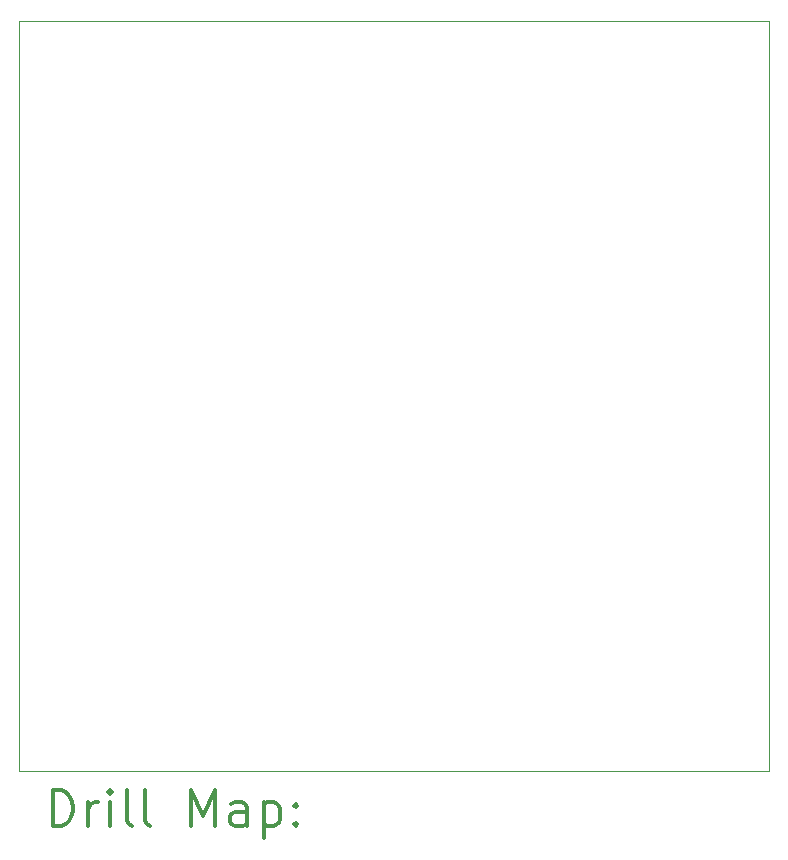
<source format=gbr>
%FSLAX45Y45*%
G04 Gerber Fmt 4.5, Leading zero omitted, Abs format (unit mm)*
G04 Created by KiCad (PCBNEW (5.1.8)-1) date 2021-07-24 22:43:36*
%MOMM*%
%LPD*%
G01*
G04 APERTURE LIST*
%TA.AperFunction,Profile*%
%ADD10C,0.050000*%
%TD*%
%ADD11C,0.200000*%
%ADD12C,0.300000*%
G04 APERTURE END LIST*
D10*
X11823700Y-11912600D02*
X11823700Y-5562600D01*
X18173700Y-11912600D02*
X11823700Y-11912600D01*
X18173700Y-5562600D02*
X18173700Y-11912600D01*
X11823700Y-5562600D02*
X18173700Y-5562600D01*
D11*
D12*
X12107628Y-12380814D02*
X12107628Y-12080814D01*
X12179057Y-12080814D01*
X12221914Y-12095100D01*
X12250486Y-12123671D01*
X12264771Y-12152243D01*
X12279057Y-12209386D01*
X12279057Y-12252243D01*
X12264771Y-12309386D01*
X12250486Y-12337957D01*
X12221914Y-12366529D01*
X12179057Y-12380814D01*
X12107628Y-12380814D01*
X12407628Y-12380814D02*
X12407628Y-12180814D01*
X12407628Y-12237957D02*
X12421914Y-12209386D01*
X12436200Y-12195100D01*
X12464771Y-12180814D01*
X12493343Y-12180814D01*
X12593343Y-12380814D02*
X12593343Y-12180814D01*
X12593343Y-12080814D02*
X12579057Y-12095100D01*
X12593343Y-12109386D01*
X12607628Y-12095100D01*
X12593343Y-12080814D01*
X12593343Y-12109386D01*
X12779057Y-12380814D02*
X12750486Y-12366529D01*
X12736200Y-12337957D01*
X12736200Y-12080814D01*
X12936200Y-12380814D02*
X12907628Y-12366529D01*
X12893343Y-12337957D01*
X12893343Y-12080814D01*
X13279057Y-12380814D02*
X13279057Y-12080814D01*
X13379057Y-12295100D01*
X13479057Y-12080814D01*
X13479057Y-12380814D01*
X13750486Y-12380814D02*
X13750486Y-12223671D01*
X13736200Y-12195100D01*
X13707628Y-12180814D01*
X13650486Y-12180814D01*
X13621914Y-12195100D01*
X13750486Y-12366529D02*
X13721914Y-12380814D01*
X13650486Y-12380814D01*
X13621914Y-12366529D01*
X13607628Y-12337957D01*
X13607628Y-12309386D01*
X13621914Y-12280814D01*
X13650486Y-12266529D01*
X13721914Y-12266529D01*
X13750486Y-12252243D01*
X13893343Y-12180814D02*
X13893343Y-12480814D01*
X13893343Y-12195100D02*
X13921914Y-12180814D01*
X13979057Y-12180814D01*
X14007628Y-12195100D01*
X14021914Y-12209386D01*
X14036200Y-12237957D01*
X14036200Y-12323671D01*
X14021914Y-12352243D01*
X14007628Y-12366529D01*
X13979057Y-12380814D01*
X13921914Y-12380814D01*
X13893343Y-12366529D01*
X14164771Y-12352243D02*
X14179057Y-12366529D01*
X14164771Y-12380814D01*
X14150486Y-12366529D01*
X14164771Y-12352243D01*
X14164771Y-12380814D01*
X14164771Y-12195100D02*
X14179057Y-12209386D01*
X14164771Y-12223671D01*
X14150486Y-12209386D01*
X14164771Y-12195100D01*
X14164771Y-12223671D01*
M02*

</source>
